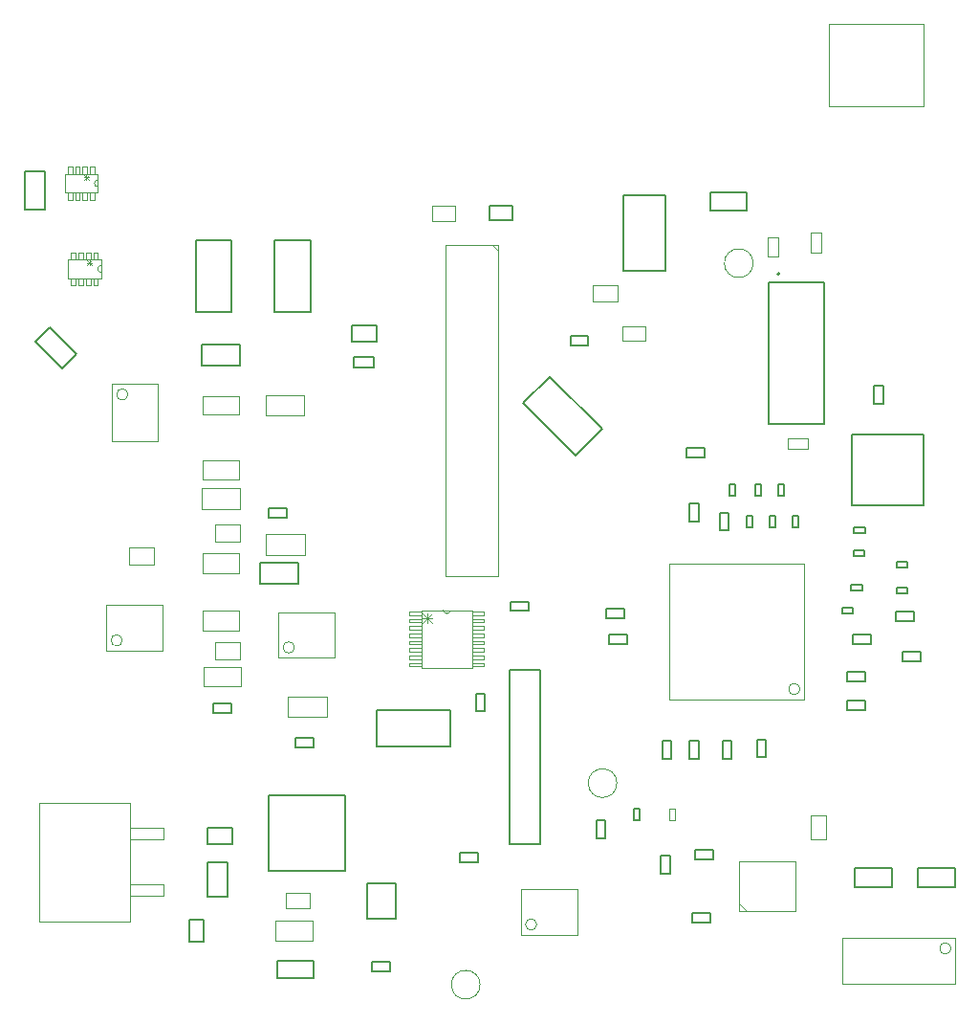
<source format=gbr>
G04*
G04 #@! TF.GenerationSoftware,Altium Limited,Altium Designer,25.2.1 (25)*
G04*
G04 Layer_Color=16711935*
%FSLAX25Y25*%
%MOIN*%
G70*
G04*
G04 #@! TF.SameCoordinates,93333BF9-B9FA-480E-9F15-3530D08D3613*
G04*
G04*
G04 #@! TF.FilePolarity,Positive*
G04*
G01*
G75*
%ADD11C,0.00787*%
%ADD14C,0.00500*%
%ADD17C,0.00300*%
%ADD141C,0.00394*%
%ADD143C,0.00000*%
%ADD144C,0.00100*%
D11*
X267313Y258276D02*
G03*
X267313Y258276I-394J0D01*
G01*
X162307Y53425D02*
Y56575D01*
X156007D02*
X162307D01*
X156007Y53425D02*
Y56575D01*
Y53425D02*
X162307D01*
X131650Y15425D02*
Y18575D01*
X125350D02*
X131650D01*
X125350Y15425D02*
Y18575D01*
Y15425D02*
X131650D01*
X212799Y259311D02*
Y285689D01*
Y259311D02*
X227366D01*
Y285689D01*
X212799D02*
X227366D01*
X177989Y213224D02*
X187176Y222411D01*
X177989Y213224D02*
X196224Y194989D01*
X205411Y204176D01*
X187176Y222411D02*
X205411Y204176D01*
X166163Y277039D02*
X174037D01*
X166163D02*
Y281961D01*
X174037D01*
Y277039D02*
Y281961D01*
X152594Y93504D02*
Y106496D01*
X126806D02*
X152594D01*
X126806Y93504D02*
Y106496D01*
Y93504D02*
X152594D01*
X173106Y120492D02*
X183894D01*
X173106Y59508D02*
Y120492D01*
Y59508D02*
X183894D01*
Y120492D01*
X293504Y44555D02*
Y51445D01*
Y44555D02*
X306496D01*
Y51445D01*
X293504D02*
X306496D01*
X328492Y44555D02*
Y51445D01*
X315500D02*
X328492D01*
X315500Y44555D02*
Y51445D01*
Y44555D02*
X328492D01*
X194449Y233327D02*
Y236673D01*
Y233327D02*
X200551D01*
Y236673D01*
X194449D02*
X200551D01*
X11143Y280707D02*
Y294093D01*
X4057Y280707D02*
X11143D01*
X4057D02*
Y294093D01*
X11143D01*
X86307Y150457D02*
X99693D01*
X86307D02*
Y157543D01*
X99693D01*
Y150457D02*
Y157543D01*
X161425Y112150D02*
X164575D01*
X161425Y105850D02*
Y112150D01*
Y105850D02*
X164575D01*
Y112150D01*
X118917Y229370D02*
X125807D01*
Y225630D02*
Y229370D01*
X118917Y225630D02*
X125807D01*
X118917D02*
Y229370D01*
X118169Y240256D02*
X126831D01*
Y234744D02*
Y240256D01*
X118169Y234744D02*
X126831D01*
X118169D02*
Y240256D01*
X79193Y226457D02*
Y233543D01*
X65807D02*
X79193D01*
X65807Y226457D02*
Y233543D01*
Y226457D02*
X79193D01*
X7762Y234727D02*
X12773Y239738D01*
X7762Y234727D02*
X17227Y225262D01*
X22238Y230273D01*
X12773Y239738D02*
X22238Y230273D01*
X63701Y245098D02*
X76299D01*
Y269902D01*
X63701D02*
X76299D01*
X63701Y245098D02*
Y269902D01*
X91201Y245098D02*
Y269902D01*
X103799D01*
Y245098D02*
Y269902D01*
X91201Y245098D02*
X103799D01*
X89350Y176575D02*
X95650D01*
Y173425D02*
Y176575D01*
X89350Y173425D02*
X95650D01*
X89350D02*
Y176575D01*
X98693Y93425D02*
X104993D01*
X98693D02*
Y96575D01*
X104993D01*
Y93425D02*
Y96575D01*
X235925Y171986D02*
Y178285D01*
X239075D01*
Y171986D02*
Y178285D01*
X235925Y171986D02*
X239075D01*
X290850Y119575D02*
X297150D01*
Y116425D02*
Y119575D01*
X290850Y116425D02*
X297150D01*
X290850D02*
Y119575D01*
X247425Y95650D02*
X250575D01*
X247425Y89350D02*
Y95650D01*
Y89350D02*
X250575D01*
Y95650D01*
X259425Y96150D02*
X262575D01*
X259425Y89850D02*
Y96150D01*
Y89850D02*
X262575D01*
Y96150D01*
X226425Y95514D02*
X229575D01*
X226425Y89215D02*
Y95514D01*
Y89215D02*
X229575D01*
Y95514D01*
X235925Y95650D02*
X239075D01*
X235925Y89350D02*
Y95650D01*
Y89350D02*
X239075D01*
Y95650D01*
X213285Y138425D02*
Y141575D01*
X206986D02*
X213285D01*
X206986Y138425D02*
Y141575D01*
Y138425D02*
X213285D01*
X259016Y184968D02*
X260984D01*
X259016Y181032D02*
Y184968D01*
Y181032D02*
X260984D01*
Y184968D01*
X264016Y173969D02*
X265984D01*
X264016Y170031D02*
Y173969D01*
Y170031D02*
X265984D01*
Y173969D01*
X246425Y168850D02*
X249575D01*
Y175150D01*
X246425D02*
X249575D01*
X246425Y168850D02*
Y175150D01*
X256016Y173969D02*
X257984D01*
X256016Y170031D02*
Y173969D01*
Y170031D02*
X257984D01*
Y173969D01*
X250016Y184853D02*
X251984D01*
X250016Y180916D02*
Y184853D01*
Y180916D02*
X251984D01*
Y184853D01*
X272016Y174084D02*
X273984D01*
X272016Y170147D02*
Y174084D01*
Y170147D02*
X273984D01*
Y174084D01*
X292969Y140016D02*
Y141984D01*
X289032D02*
X292969D01*
X289032Y140016D02*
Y141984D01*
Y140016D02*
X292969D01*
X311968Y147016D02*
Y148984D01*
X308032D02*
X311968D01*
X308032Y147016D02*
Y148984D01*
Y147016D02*
X311968D01*
X296084Y148016D02*
Y149984D01*
X292147D02*
X296084D01*
X292147Y148016D02*
Y149984D01*
Y148016D02*
X296084D01*
X311968Y156016D02*
Y157984D01*
X308032D02*
X311968D01*
X308032Y156016D02*
Y157984D01*
Y156016D02*
X311968D01*
X267016Y184968D02*
X268984D01*
X267016Y181032D02*
Y184968D01*
Y181032D02*
X268984D01*
Y184968D01*
X296969Y160016D02*
Y161984D01*
X293032D02*
X296969D01*
X293032Y160016D02*
Y161984D01*
Y160016D02*
X296969D01*
X297084Y168016D02*
Y169984D01*
X293147D02*
X297084D01*
X293147Y168016D02*
Y169984D01*
Y168016D02*
X297084D01*
X214150Y129425D02*
Y132575D01*
X207850D02*
X214150D01*
X207850Y129425D02*
Y132575D01*
Y129425D02*
X214150D01*
X292850D02*
Y132575D01*
Y129425D02*
X299150D01*
Y132575D01*
X292850D02*
X299150D01*
X203425Y68014D02*
X206575D01*
X203425Y61715D02*
Y68014D01*
Y61715D02*
X206575D01*
Y68014D01*
X225925Y55785D02*
X229075D01*
X225925Y49486D02*
Y55785D01*
Y49486D02*
X229075D01*
Y55785D01*
X307850Y137425D02*
Y140575D01*
Y137425D02*
X314150D01*
Y140575D01*
X307850D02*
X314150D01*
X290850Y106425D02*
Y109575D01*
Y106425D02*
X297150D01*
Y109575D01*
X290850D02*
X297150D01*
X300327Y213106D02*
Y219406D01*
X303673D01*
Y213106D02*
Y219406D01*
X300327Y213106D02*
X303673D01*
X310315Y126575D02*
X316614D01*
Y123425D02*
Y126575D01*
X310315Y123425D02*
X316614D01*
X310315D02*
Y126575D01*
X243201Y286650D02*
X255799D01*
Y280350D02*
Y286650D01*
X243201Y280350D02*
X255799D01*
X243201D02*
Y286650D01*
X92201Y19150D02*
X104799D01*
Y12850D02*
Y19150D01*
X92201Y12850D02*
X104799D01*
X92201D02*
Y19150D01*
X67870Y41236D02*
Y53244D01*
Y41236D02*
X74760D01*
Y53244D01*
X67870D02*
X74760D01*
X76378Y59646D02*
Y65354D01*
X67716D02*
X76378D01*
X67716Y59646D02*
Y65354D01*
Y59646D02*
X76378D01*
X292618Y202382D02*
X317382D01*
Y177618D02*
Y202382D01*
X292618Y177618D02*
X317382D01*
X292618D02*
Y202382D01*
X133479Y33564D02*
Y46163D01*
X123637Y33564D02*
X133479D01*
X123637D02*
Y46163D01*
X133479D01*
X173693Y140925D02*
Y144075D01*
Y140925D02*
X179993D01*
Y144075D01*
X173693D02*
X179993D01*
X216516Y71969D02*
X218484D01*
X216516Y68032D02*
Y71969D01*
Y68032D02*
X218484D01*
Y71969D01*
X234850Y194425D02*
Y197575D01*
Y194425D02*
X241150D01*
Y197575D01*
X234850D02*
X241150D01*
X61539Y33429D02*
X66461D01*
X61539Y25555D02*
Y33429D01*
Y25555D02*
X66461D01*
Y33429D01*
X244114Y54425D02*
Y57575D01*
X237815D02*
X244114D01*
X237815Y54425D02*
Y57575D01*
Y54425D02*
X244114D01*
X243150Y32425D02*
Y35575D01*
X236850D02*
X243150D01*
X236850Y32425D02*
Y35575D01*
Y32425D02*
X243150D01*
X76150Y105425D02*
Y108575D01*
X69850D02*
X76150D01*
X69850Y105425D02*
Y108575D01*
Y105425D02*
X76150D01*
X89264Y76736D02*
X115736D01*
X89264Y50264D02*
Y76736D01*
Y50264D02*
X115736D01*
Y76736D01*
D14*
X263671Y255323D02*
X282766D01*
X263671Y206110D02*
Y255323D01*
Y206110D02*
X282766D01*
Y255323D01*
D17*
X142731Y140018D02*
X146064Y136685D01*
X142731D02*
X146064Y140018D01*
X142731Y138352D02*
X146064D01*
X144397Y136685D02*
Y140018D01*
X26421Y292786D02*
X24755Y291120D01*
Y292786D02*
X26421Y291120D01*
X25588Y292786D02*
Y291120D01*
X24755Y291953D02*
X26421D01*
X27583Y263000D02*
X25916Y261334D01*
Y263000D02*
X27583Y261334D01*
X26750Y263000D02*
Y261334D01*
X25916Y262167D02*
X27583D01*
D141*
X182669Y31669D02*
G03*
X182669Y31669I-1969J0D01*
G01*
X162900Y10700D02*
G03*
X162900Y10700I-5000J0D01*
G01*
X210600Y80900D02*
G03*
X210600Y80900I-5000J0D01*
G01*
X258100Y262000D02*
G03*
X258100Y262000I-5000J0D01*
G01*
X274448Y113668D02*
G03*
X274448Y113668I-1969J0D01*
G01*
X38169Y130669D02*
G03*
X38169Y130669I-1969J0D01*
G01*
X40138Y216299D02*
G03*
X40138Y216299I-1969J0D01*
G01*
X98169Y128169D02*
G03*
X98169Y128169I-1969J0D01*
G01*
X327110Y23331D02*
G03*
X327110Y23331I-1969J0D01*
G01*
X177157Y28126D02*
X196843D01*
X177157Y43874D02*
X196843D01*
X177157Y28126D02*
Y43874D01*
X196843Y28126D02*
Y43874D01*
X284465Y345173D02*
X317535D01*
Y316827D02*
Y345173D01*
X284465Y316827D02*
X317535D01*
X284465D02*
Y345173D01*
X169035Y153012D02*
Y268366D01*
X150728Y153012D02*
X169035D01*
X150728D02*
Y268366D01*
X169035D01*
X167067D02*
X169035Y266398D01*
X146066Y282057D02*
X154334D01*
X146066Y276743D02*
X154334D01*
X146066D02*
Y282057D01*
X154334Y276743D02*
Y282057D01*
X212697Y235039D02*
X220571D01*
X217618D02*
X220571D01*
Y239961D01*
X212697D02*
X220571D01*
X212697Y235039D02*
Y239961D01*
X228779Y157369D02*
X276023D01*
X228779Y110125D02*
X276023D01*
X228779D02*
Y157369D01*
X276023Y110125D02*
Y157369D01*
X229016Y68032D02*
X230984D01*
Y71969D01*
X229016D02*
X230984D01*
X229016Y68032D02*
Y71969D01*
X88209Y160430D02*
X101791D01*
X88209Y167714D02*
X101791D01*
Y160430D02*
Y167714D01*
X88209Y160430D02*
Y167714D01*
X66201Y134153D02*
X78799D01*
X66201Y140847D02*
X78799D01*
Y134153D02*
Y140847D01*
X66201Y134153D02*
Y140847D01*
X32658Y127126D02*
X52342D01*
X32658Y142874D02*
X52342D01*
X32658Y127126D02*
Y142874D01*
X52342Y127126D02*
Y142874D01*
X66102Y209252D02*
X78898D01*
X66102Y215748D02*
X78898D01*
Y209252D02*
Y215748D01*
X66102Y209252D02*
Y215748D01*
X88307Y208957D02*
X101693D01*
X88307Y216043D02*
X101693D01*
Y208957D02*
Y216043D01*
X88307Y208957D02*
Y216043D01*
X34626Y200157D02*
X50374D01*
X34626Y219843D02*
X50374D01*
Y200157D02*
Y219843D01*
X34626Y200157D02*
Y219843D01*
X66102Y186752D02*
X78898D01*
X66102Y193248D02*
X78898D01*
Y186752D02*
Y193248D01*
X66102Y186752D02*
Y193248D01*
X70669Y165146D02*
Y170854D01*
X79331Y165146D02*
Y170854D01*
X70669D02*
X79331D01*
X70669Y165146D02*
X79331D01*
X65807Y176457D02*
Y183543D01*
X79193Y176457D02*
Y183543D01*
X65807D02*
X79193D01*
X65807Y176457D02*
X79193D01*
X40669Y157146D02*
Y162854D01*
X49331Y157146D02*
Y162854D01*
X40669D02*
X49331D01*
X40669Y157146D02*
X49331D01*
X95827Y111142D02*
X109409D01*
X95827Y103858D02*
X109409D01*
X95827D02*
Y111142D01*
X109409Y103858D02*
Y111142D01*
X66201Y154154D02*
Y160846D01*
X78799Y154154D02*
Y160846D01*
X66201D02*
X78799D01*
X66201Y154154D02*
X78799D01*
X92658Y124626D02*
X112343D01*
X92658Y140374D02*
X112343D01*
X92658Y124626D02*
Y140374D01*
X112343Y124626D02*
Y140374D01*
X289315Y11126D02*
Y26874D01*
X328685Y11126D02*
Y26874D01*
X289315Y11126D02*
X328685D01*
X289315Y26874D02*
X328685D01*
X278228Y265811D02*
Y272504D01*
X281772Y265811D02*
Y272504D01*
X278228Y265811D02*
X281772D01*
X278228Y272504D02*
X281772D01*
X263228Y264436D02*
Y271129D01*
X266772Y264436D02*
Y271129D01*
X263228Y264436D02*
X266772D01*
X263228Y271129D02*
X266772D01*
X40748Y45627D02*
X52559D01*
Y41690D02*
Y45627D01*
X40748Y41690D02*
X52559D01*
X40748Y61375D02*
X52559D01*
Y65312D01*
X40748D02*
X52559D01*
X9252Y32831D02*
Y74169D01*
Y32831D02*
X40748D01*
X9252Y74169D02*
X40748D01*
Y32831D02*
Y74169D01*
X253157Y36339D02*
Y53661D01*
X272843D01*
Y36339D02*
Y53661D01*
X253157Y36339D02*
X272843D01*
X253157Y38898D02*
X255716Y36339D01*
X202169Y248646D02*
X210831D01*
X202169Y254354D02*
X210831D01*
Y248646D02*
Y254354D01*
X202169Y248646D02*
Y254354D01*
X277102Y197320D02*
Y201060D01*
X270213Y197320D02*
Y201060D01*
Y197320D02*
X277102D01*
X270213Y201060D02*
X277102D01*
X278343Y69677D02*
X283658D01*
X278343Y61409D02*
X283658D01*
Y69677D01*
X278343Y61409D02*
Y69677D01*
X79398Y114752D02*
Y121248D01*
X66602Y114752D02*
Y121248D01*
Y114752D02*
X79398D01*
X66602Y121248D02*
X79398D01*
X70669Y129854D02*
X79331D01*
X70669Y124146D02*
X79331D01*
X70669D02*
Y129854D01*
X79331Y124146D02*
Y129854D01*
X91504Y26154D02*
Y32847D01*
X104496Y26154D02*
Y32847D01*
X91504D02*
X104496D01*
X91504Y26154D02*
X104496D01*
X95114Y37244D02*
X103579D01*
X95114Y42756D02*
X103579D01*
Y37244D02*
Y42756D01*
X95114Y37244D02*
Y42756D01*
D143*
X150131Y141152D02*
G03*
X152531Y141152I1200J0D01*
G01*
X29638Y290986D02*
G03*
X29638Y288586I0J-1200D01*
G01*
X30800Y261200D02*
G03*
X30800Y258800I0J-1200D01*
G01*
D144*
X142481Y121052D02*
Y141152D01*
X160181D01*
Y121052D02*
Y141152D01*
X142481Y121052D02*
X160181D01*
Y140659D02*
X164331D01*
Y139459D02*
Y140659D01*
X160181Y139459D02*
X164331D01*
X160181D02*
Y140659D01*
Y138100D02*
X164331D01*
Y136900D02*
Y138100D01*
X160181Y136900D02*
X164331D01*
X160181D02*
Y138100D01*
Y135541D02*
X164331D01*
Y134341D02*
Y135541D01*
X160181Y134341D02*
X164331D01*
X160181D02*
Y135541D01*
Y132982D02*
X164331D01*
Y131782D02*
Y132982D01*
X160181Y131782D02*
X164331D01*
X160181D02*
Y132982D01*
Y130423D02*
X164331D01*
Y129223D02*
Y130423D01*
X160181Y129223D02*
X164331D01*
X160181D02*
Y130423D01*
Y127864D02*
X164331D01*
Y126664D02*
Y127864D01*
X160181Y126664D02*
X164331D01*
X160181D02*
Y127864D01*
Y125305D02*
X164331D01*
Y124105D02*
Y125305D01*
X160181Y124105D02*
X164331D01*
X160181D02*
Y125305D01*
Y122746D02*
X164331D01*
Y121546D02*
Y122746D01*
X160181Y121546D02*
X164331D01*
X160181D02*
Y122746D01*
X138331Y121546D02*
X142481D01*
X138331D02*
Y122746D01*
X142481D01*
Y121546D02*
Y122746D01*
X138331Y124105D02*
X142481D01*
X138331D02*
Y125305D01*
X142481D01*
Y124105D02*
Y125305D01*
X138331Y126664D02*
X142481D01*
X138331D02*
Y127864D01*
X142481D01*
Y126664D02*
Y127864D01*
X138331Y129223D02*
X142481D01*
X138331D02*
Y130423D01*
X142481D01*
Y129223D02*
Y130423D01*
X138331Y131782D02*
X142481D01*
X138331D02*
Y132982D01*
X142481D01*
Y131782D02*
Y132982D01*
X138331Y134341D02*
X142481D01*
X138331D02*
Y135541D01*
X142481D01*
Y134341D02*
Y135541D01*
X138331Y136900D02*
X142481D01*
X138331D02*
Y138100D01*
X142481D01*
Y136900D02*
Y138100D01*
X138331Y139459D02*
X142481D01*
X138331D02*
Y140659D01*
X142481D01*
Y139459D02*
Y140659D01*
X26877Y293036D02*
X28477D01*
Y295586D01*
X26877D02*
X28477D01*
X26877Y293036D02*
Y295586D01*
X24318Y293036D02*
X25918D01*
Y295586D01*
X24318D02*
X25918D01*
X24318Y293036D02*
Y295586D01*
X21759Y293036D02*
X23359D01*
Y295586D01*
X21759D02*
X23359D01*
X21759Y293036D02*
Y295586D01*
X19200Y293036D02*
X20800D01*
Y295586D01*
X19200D02*
X20800D01*
X19200Y293036D02*
Y295586D01*
Y286536D02*
X20800D01*
X19200Y283986D02*
Y286536D01*
Y283986D02*
X20800D01*
Y286536D01*
X21759D02*
X23359D01*
X21759Y283986D02*
Y286536D01*
Y283986D02*
X23359D01*
Y286536D01*
X24318D02*
X25918D01*
X24318Y283986D02*
Y286536D01*
Y283986D02*
X25918D01*
Y286536D01*
X26877D02*
X28477D01*
X26877Y283986D02*
Y286536D01*
Y283986D02*
X28477D01*
Y286536D01*
X18038D02*
Y293036D01*
Y286536D02*
X29638D01*
Y293036D01*
X18038D02*
X29638D01*
X19200Y263250D02*
X30800D01*
Y256750D02*
Y263250D01*
X19200Y256750D02*
X30800D01*
X19200D02*
Y263250D01*
X29638Y254200D02*
Y256750D01*
X28038Y254200D02*
X29638D01*
X28038D02*
Y256750D01*
X29638D01*
X27079Y254200D02*
Y256750D01*
X25480Y254200D02*
X27079D01*
X25480D02*
Y256750D01*
X27079D01*
X24521Y254200D02*
Y256750D01*
X22920Y254200D02*
X24521D01*
X22920D02*
Y256750D01*
X24521D01*
X21961Y254200D02*
Y256750D01*
X20361Y254200D02*
X21961D01*
X20361D02*
Y256750D01*
X21961D01*
X20361Y263250D02*
Y265800D01*
X21961D01*
Y263250D02*
Y265800D01*
X20361Y263250D02*
X21961D01*
X22920D02*
Y265800D01*
X24521D01*
Y263250D02*
Y265800D01*
X22920Y263250D02*
X24521D01*
X25480D02*
Y265800D01*
X27079D01*
Y263250D02*
Y265800D01*
X25480Y263250D02*
X27079D01*
X28038D02*
Y265800D01*
X29638D01*
Y263250D02*
Y265800D01*
X28038Y263250D02*
X29638D01*
M02*

</source>
